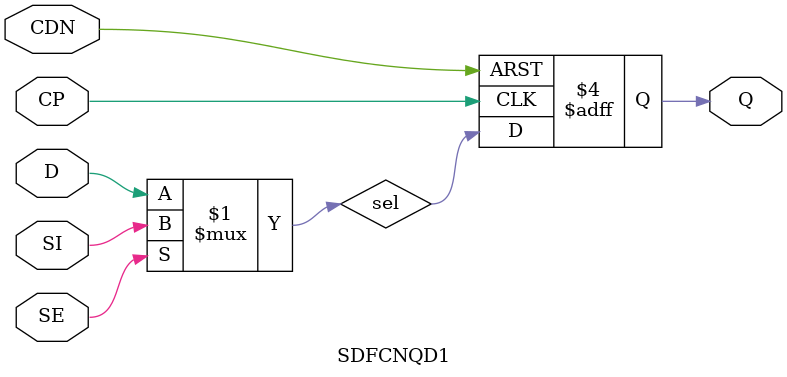
<source format=v>
`define VLIB_BYPASS_POWER_CG
`define NV_FPGA_FIFOGEN
`define FIFOGEN_MASTER_CLK_GATING_DISABLED
`define FPGA
`define SYNTHESIS

module SDFCNQD1 (
  SI
 ,D
 ,SE
 ,CP
 ,CDN
 ,Q
 );
input SI ;
input D ;
input SE ;
input CP ;
input CDN ;
output Q ;
reg Q;
assign sel = SE ? SI : D;
always @(posedge CP or negedge CDN)
begin
    if(~CDN)
        Q <= 1'b0;
    else
        Q <= sel;
end
endmodule

</source>
